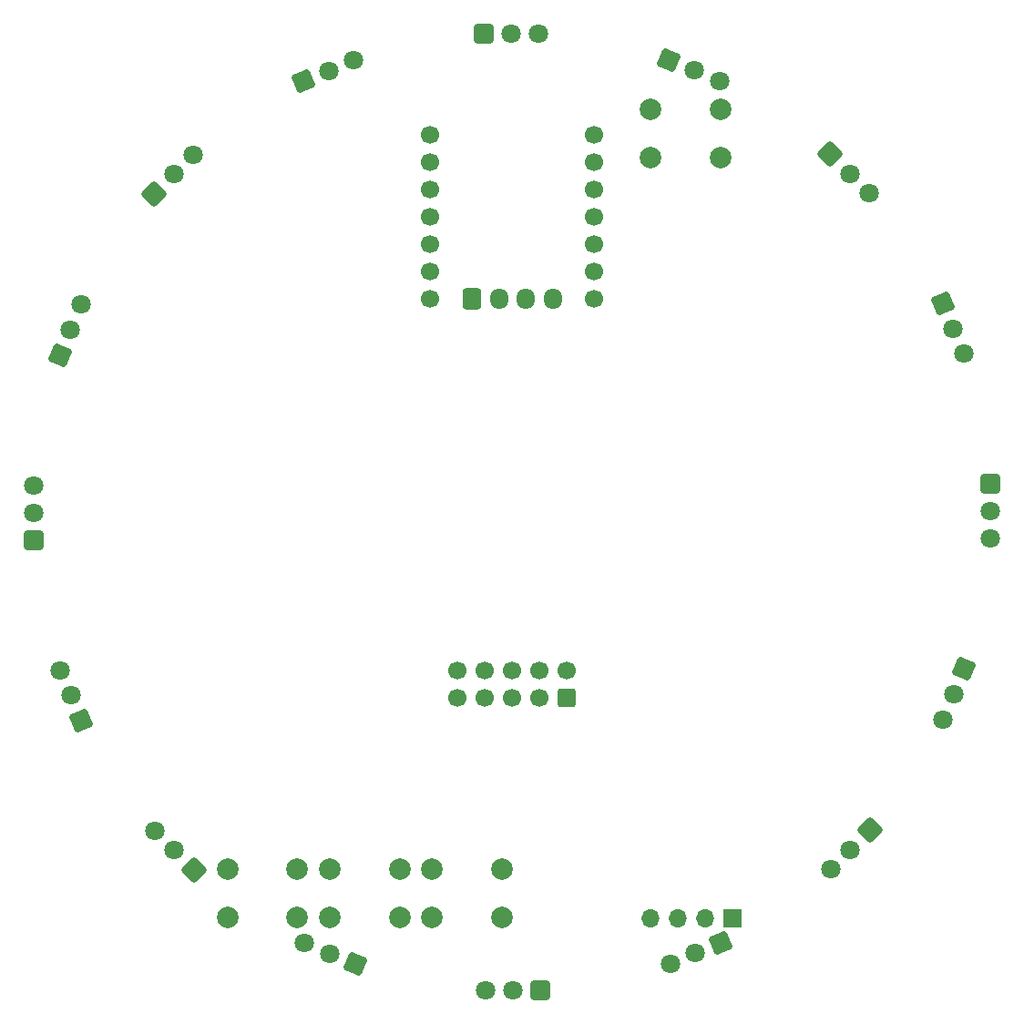
<source format=gbr>
%TF.GenerationSoftware,KiCad,Pcbnew,7.0.9*%
%TF.CreationDate,2024-06-22T15:13:25+09:00*%
%TF.ProjectId,Sensor,53656e73-6f72-42e6-9b69-6361645f7063,rev?*%
%TF.SameCoordinates,Original*%
%TF.FileFunction,Soldermask,Bot*%
%TF.FilePolarity,Negative*%
%FSLAX46Y46*%
G04 Gerber Fmt 4.6, Leading zero omitted, Abs format (unit mm)*
G04 Created by KiCad (PCBNEW 7.0.9) date 2024-06-22 15:13:25*
%MOMM*%
%LPD*%
G01*
G04 APERTURE LIST*
G04 Aperture macros list*
%AMRoundRect*
0 Rectangle with rounded corners*
0 $1 Rounding radius*
0 $2 $3 $4 $5 $6 $7 $8 $9 X,Y pos of 4 corners*
0 Add a 4 corners polygon primitive as box body*
4,1,4,$2,$3,$4,$5,$6,$7,$8,$9,$2,$3,0*
0 Add four circle primitives for the rounded corners*
1,1,$1+$1,$2,$3*
1,1,$1+$1,$4,$5*
1,1,$1+$1,$6,$7*
1,1,$1+$1,$8,$9*
0 Add four rect primitives between the rounded corners*
20,1,$1+$1,$2,$3,$4,$5,0*
20,1,$1+$1,$4,$5,$6,$7,0*
20,1,$1+$1,$6,$7,$8,$9,0*
20,1,$1+$1,$8,$9,$2,$3,0*%
G04 Aperture macros list end*
%ADD10C,2.000000*%
%ADD11R,1.700000X1.700000*%
%ADD12O,1.700000X1.700000*%
%ADD13C,1.700000*%
%ADD14RoundRect,0.250200X0.351669X0.849005X-0.849005X0.351669X-0.351669X-0.849005X0.849005X-0.351669X0*%
%ADD15C,1.800000*%
%ADD16RoundRect,0.250000X-0.600000X-0.725000X0.600000X-0.725000X0.600000X0.725000X-0.600000X0.725000X0*%
%ADD17O,1.700000X1.950000*%
%ADD18RoundRect,0.250200X0.849005X0.351669X-0.351669X0.849005X-0.849005X-0.351669X0.351669X-0.849005X0*%
%ADD19RoundRect,0.250200X-0.849005X0.351669X-0.351669X-0.849005X0.849005X-0.351669X0.351669X0.849005X0*%
%ADD20RoundRect,0.250200X-0.351669X-0.849005X0.849005X-0.351669X0.351669X0.849005X-0.849005X0.351669X0*%
%ADD21RoundRect,0.250000X0.600000X-0.600000X0.600000X0.600000X-0.600000X0.600000X-0.600000X-0.600000X0*%
%ADD22RoundRect,0.250200X0.918956X0.000000X0.000000X0.918956X-0.918956X0.000000X0.000000X-0.918956X0*%
%ADD23RoundRect,0.250200X-0.649800X-0.649800X0.649800X-0.649800X0.649800X0.649800X-0.649800X0.649800X0*%
%ADD24RoundRect,0.250200X-0.918956X0.000000X0.000000X-0.918956X0.918956X0.000000X0.000000X0.918956X0*%
%ADD25RoundRect,0.250200X0.000000X0.918956X-0.918956X0.000000X0.000000X-0.918956X0.918956X0.000000X0*%
%ADD26RoundRect,0.250200X-0.351669X0.849005X-0.849005X-0.351669X0.351669X-0.849005X0.849005X0.351669X0*%
%ADD27RoundRect,0.250200X-0.849005X-0.351669X0.351669X-0.849005X0.849005X0.351669X-0.351669X0.849005X0*%
%ADD28RoundRect,0.250200X0.351669X-0.849005X0.849005X0.351669X-0.351669X0.849005X-0.849005X-0.351669X0*%
%ADD29RoundRect,0.250200X0.649800X0.649800X-0.649800X0.649800X-0.649800X-0.649800X0.649800X-0.649800X0*%
%ADD30RoundRect,0.250200X-0.649800X0.649800X-0.649800X-0.649800X0.649800X-0.649800X0.649800X0.649800X0*%
%ADD31RoundRect,0.250200X0.649800X-0.649800X0.649800X0.649800X-0.649800X0.649800X-0.649800X-0.649800X0*%
%ADD32RoundRect,0.250200X0.849005X-0.351669X0.351669X0.849005X-0.849005X0.351669X-0.351669X-0.849005X0*%
%ADD33RoundRect,0.250200X0.000000X-0.918956X0.918956X0.000000X0.000000X0.918956X-0.918956X0.000000X0*%
G04 APERTURE END LIST*
D10*
%TO.C,SW4*%
X151484400Y-126532200D03*
X144984400Y-126532200D03*
X151484400Y-122032200D03*
X144984400Y-122032200D03*
%TD*%
%TO.C,SW2*%
X141958200Y-126521600D03*
X135458200Y-126521600D03*
X141958200Y-122021600D03*
X135458200Y-122021600D03*
%TD*%
%TO.C,SW1*%
X171804400Y-55920200D03*
X165304400Y-55920200D03*
X171804400Y-51420200D03*
X165304400Y-51420200D03*
%TD*%
D11*
%TO.C,Brd1*%
X172847000Y-126619000D03*
D12*
X170307000Y-126619000D03*
X167767000Y-126619000D03*
X165227000Y-126619000D03*
%TD*%
D13*
%TO.C,U18*%
X144780000Y-53848000D03*
X144780000Y-56388000D03*
X144780000Y-58928000D03*
X144780000Y-61468000D03*
X144780000Y-64008000D03*
X144780000Y-66548000D03*
X144780000Y-69088000D03*
X160020000Y-69088000D03*
X160020000Y-66548000D03*
X160020000Y-64008000D03*
X160020000Y-61468000D03*
X160020000Y-58928000D03*
X160020000Y-56388000D03*
X160020000Y-53848000D03*
%TD*%
D10*
%TO.C,SW3*%
X132459800Y-126532200D03*
X125959800Y-126532200D03*
X132459800Y-122032200D03*
X125959800Y-122032200D03*
%TD*%
D14*
%TO.C,U8*%
X171791237Y-128911501D03*
D15*
X169444583Y-129883517D03*
X167097929Y-130855533D03*
%TD*%
D16*
%TO.C,U19*%
X148675400Y-69032800D03*
D17*
X151175400Y-69032800D03*
X153675400Y-69032800D03*
X156175400Y-69032800D03*
%TD*%
D18*
%TO.C,U10*%
X137795937Y-130894413D03*
D15*
X135449283Y-129922397D03*
X133102629Y-128950381D03*
%TD*%
D19*
%TO.C,U4*%
X192444501Y-69475763D03*
D15*
X193416517Y-71822417D03*
X194388533Y-74169071D03*
%TD*%
D20*
%TO.C,U16*%
X133008763Y-48822499D03*
D15*
X135355417Y-47850483D03*
X137702071Y-46878467D03*
%TD*%
D21*
%TO.C,J1*%
X157480000Y-106146600D03*
D13*
X157480000Y-103606600D03*
X154940000Y-106146600D03*
X154940000Y-103606600D03*
X152400000Y-106146600D03*
X152400000Y-103606600D03*
X149860000Y-106146600D03*
X149860000Y-103606600D03*
X147320000Y-106146600D03*
X147320000Y-103606600D03*
%TD*%
D22*
%TO.C,U11*%
X122824410Y-122106534D03*
D15*
X121028359Y-120310483D03*
X119232308Y-118514432D03*
%TD*%
D23*
%TO.C,U1*%
X149809200Y-44450000D03*
D15*
X152349200Y-44450000D03*
X154889200Y-44450000D03*
%TD*%
D24*
%TO.C,U3*%
X181975590Y-55627466D03*
D15*
X183771641Y-57423517D03*
X185567692Y-59219568D03*
%TD*%
D25*
%TO.C,U7*%
X185639534Y-118442590D03*
D15*
X183843483Y-120238641D03*
X182047432Y-122034692D03*
%TD*%
D26*
%TO.C,U6*%
X194427413Y-103471063D03*
D15*
X193455397Y-105817717D03*
X192483381Y-108164371D03*
%TD*%
D27*
%TO.C,U2*%
X167004063Y-46839587D03*
D15*
X169350717Y-47811603D03*
X171697371Y-48783619D03*
%TD*%
D28*
%TO.C,U14*%
X110372587Y-74262937D03*
D15*
X111344603Y-71916283D03*
X112316619Y-69569629D03*
%TD*%
D29*
%TO.C,U9*%
X154990800Y-133284000D03*
D15*
X152450800Y-133284000D03*
X149910800Y-133284000D03*
%TD*%
D30*
%TO.C,U5*%
X196817000Y-86276200D03*
D15*
X196817000Y-88816200D03*
X196817000Y-91356200D03*
%TD*%
D31*
%TO.C,U13*%
X107983000Y-91457800D03*
D15*
X107983000Y-88917800D03*
X107983000Y-86377800D03*
%TD*%
D32*
%TO.C,U12*%
X112355499Y-108258237D03*
D15*
X111383483Y-105911583D03*
X110411467Y-103564929D03*
%TD*%
D33*
%TO.C,U15*%
X119160466Y-59291410D03*
D15*
X120956517Y-57495359D03*
X122752568Y-55699308D03*
%TD*%
M02*

</source>
